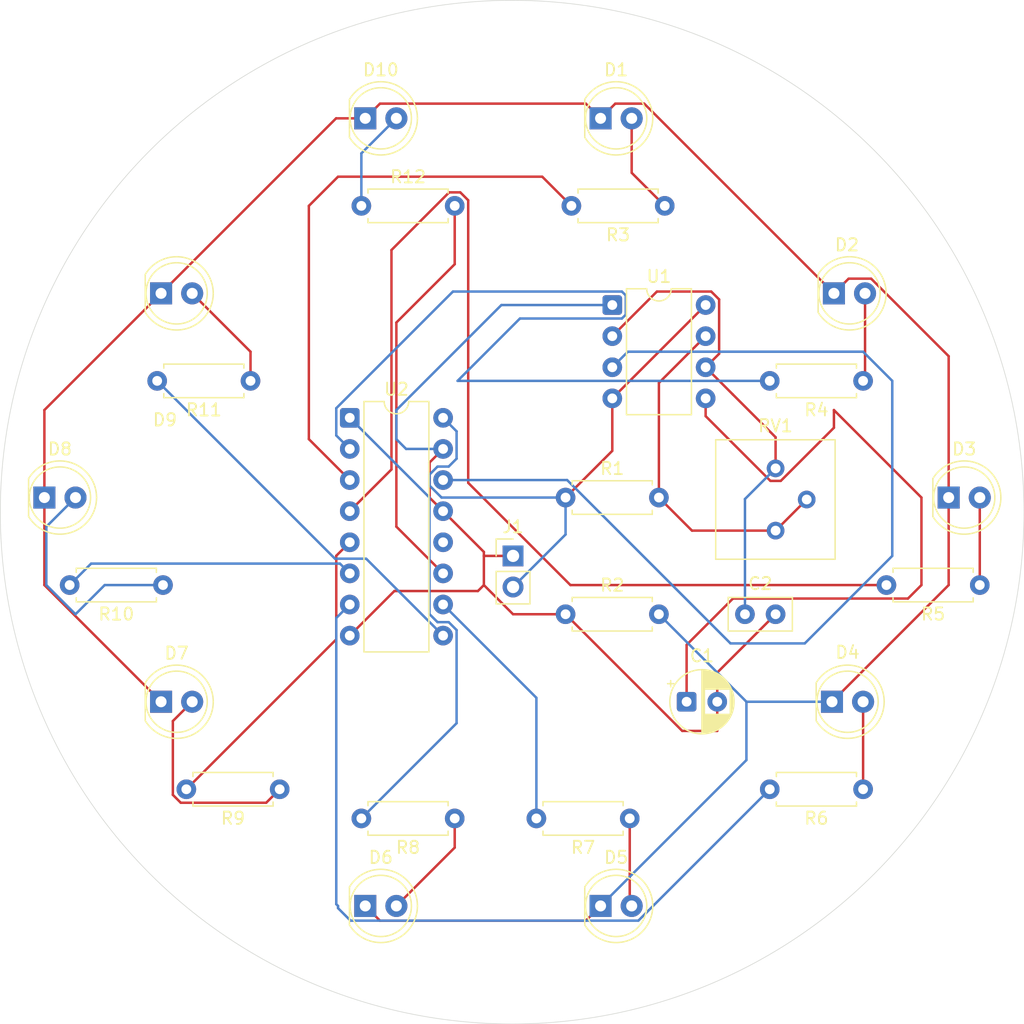
<source format=kicad_pcb>
(kicad_pcb (version 20241229) (generator "pcbnew") (generator_version "9.0")
  (layers (0 "F.Cu" signal) (2 "B.Cu" signal) (13 "F.Paste" user) (15 "B.Paste" user) (5 "F.SilkS" user "F.Silkscreen") (7 "B.SilkS" user "B.Silkscreen") (1 "F.Mask" user) (3 "B.Mask" user) (25 "Edge.Cuts" user))
  (net 0 "")
  (net 1 "Net-(U1-CV)")
  (net 2 "Net-(J1-Pin_1)")
  (net 3 "Net-(U1-THR)")
  (net 4 "Net-(D1-A)")
  (net 5 "Net-(D1-K)")
  (net 6 "Net-(D2-A)")
  (net 7 "Net-(D3-A)")
  (net 8 "Net-(D4-A)")
  (net 9 "Net-(D5-A)")
  (net 10 "Net-(D6-A)")
  (net 11 "Net-(D7-A)")
  (net 12 "Net-(D8-A)")
  (net 13 "Net-(D9-A)")
  (net 14 "Net-(D10-A)")
  (net 15 "Net-(J1-Pin_2)")
  (net 16 "Net-(U1-DIS)")
  (net 17 "Net-(U1-Q)")
  (net 19 "Net-(U2-Q0)")
  (net 20 "Net-(U2-Q1)")
  (net 21 "Net-(U2-Q2)")
  (net 22 "Net-(U2-Q3)")
  (net 23 "Net-(U2-Q4)")
  (net 24 "Net-(U2-Q5)")
  (net 25 "Net-(U2-Q6)")
  (net 26 "Net-(U2-Q7)")
  (net 27 "Net-(U2-Q8)")
  (net 28 "Net-(U2-Q9)")
  (footprint "Resistor_THT:R_Axial_DIN0207_L6.3mm_D2.5mm_P7.62mm_Horizontal" (layer "F.Cu") (at 195.2625 109.5375 180)
    (property "Reference" "R6" (at 3.81 -2.37 0) (layer "F.SilkS"))
    (property "Value" "R")
    (pad "1" thru_hole circle (at 0 0 180) (size 1.6 1.6) (drill 0.8) (layers "*.Cu" "*.Mask") (net 8 "Net-(D4-A)"))
    (pad "2" thru_hole circle (at 7.62 0 180) (size 1.6 1.6) (drill 0.8) (layers "*.Cu" "*.Mask") (net 22 "Net-(U2-Q3)"))
  )
  (footprint "LED_THT:LED_D5.0mm" (layer "F.Cu") (at 173.83125 119.0625)
    (property "Reference" "D5" (at 1.27 -3.96 0) (layer "F.SilkS"))
    (property "Value" "LED")
    (pad "1" thru_hole rect (at 0 0) (size 1.8 1.8) (drill 0.9) (layers "*.Cu" "*.Mask") (net 5 "Net-(D1-K)"))
    (pad "2" thru_hole circle (at 2.54 0) (size 1.8 1.8) (drill 0.9) (layers "*.Cu" "*.Mask") (net 9 "Net-(D5-A)"))
  )
  (footprint "Resistor_THT:R_Axial_DIN0207_L6.3mm_D2.5mm_P7.62mm_Horizontal" (layer "F.Cu") (at 204.7875 92.86875 180)
    (property "Reference" "R5" (at 3.81 -2.37 0) (layer "F.SilkS"))
    (property "Value" "R")
    (pad "1" thru_hole circle (at 0 0 180) (size 1.6 1.6) (drill 0.8) (layers "*.Cu" "*.Mask") (net 7 "Net-(D3-A)"))
    (pad "2" thru_hole circle (at 7.62 0 180) (size 1.6 1.6) (drill 0.8) (layers "*.Cu" "*.Mask") (net 21 "Net-(U2-Q2)"))
  )
  (footprint "LED_THT:LED_D5.0mm" (layer "F.Cu") (at 154.6225 119.0625)
    (property "Reference" "D6" (at 1.27 -3.96 0) (layer "F.SilkS"))
    (property "Value" "LED")
    (pad "1" thru_hole rect (at 0 0) (size 1.8 1.8) (drill 0.9) (layers "*.Cu" "*.Mask") (net 5 "Net-(D1-K)"))
    (pad "2" thru_hole circle (at 2.54 0) (size 1.8 1.8) (drill 0.9) (layers "*.Cu" "*.Mask") (net 10 "Net-(D6-A)"))
  )
  (footprint "LED_THT:LED_D5.0mm" (layer "F.Cu") (at 202.2475 85.725)
    (property "Reference" "D3" (at 1.27 -3.96 0) (layer "F.SilkS"))
    (property "Value" "LED")
    (pad "1" thru_hole rect (at 0 0) (size 1.8 1.8) (drill 0.9) (layers "*.Cu" "*.Mask") (net 5 "Net-(D1-K)"))
    (pad "2" thru_hole circle (at 2.54 0) (size 1.8 1.8) (drill 0.9) (layers "*.Cu" "*.Mask") (net 7 "Net-(D3-A)"))
  )
  (footprint "Resistor_THT:R_Axial_DIN0207_L6.3mm_D2.5mm_P7.62mm_Horizontal" (layer "F.Cu") (at 154.305 61.9125)
    (property "Reference" "R12" (at 3.81 -2.37 0) (layer "F.SilkS"))
    (property "Value" "R")
    (pad "1" thru_hole circle (at 0 0) (size 1.6 1.6) (drill 0.8) (layers "*.Cu" "*.Mask") (net 14 "Net-(D10-A)"))
    (pad "2" thru_hole circle (at 7.62 0) (size 1.6 1.6) (drill 0.8) (layers "*.Cu" "*.Mask") (net 28 "Net-(U2-Q9)"))
  )
  (footprint "Resistor_THT:R_Axial_DIN0207_L6.3mm_D2.5mm_P7.62mm_Horizontal" (layer "F.Cu") (at 147.6375 109.5375 180)
    (property "Reference" "R9" (at 3.81 -2.37 0) (layer "F.SilkS"))
    (property "Value" "R")
    (pad "1" thru_hole circle (at 0 0 180) (size 1.6 1.6) (drill 0.8) (layers "*.Cu" "*.Mask") (net 11 "Net-(D7-A)"))
    (pad "2" thru_hole circle (at 7.62 0 180) (size 1.6 1.6) (drill 0.8) (layers "*.Cu" "*.Mask") (net 25 "Net-(U2-Q6)"))
  )
  (footprint "Package_DIP:DIP-8_W7.62mm" (layer "F.Cu") (at 174.78875 70.00875)
    (property "Reference" "U1" (at 3.81 -2.33 0) (layer "F.SilkS"))
    (property "Value" "NE555P")
    (pad "1" thru_hole roundrect (at 0 0) (size 1.6 1.6) (drill 0.8) (layers "*.Cu" "*.Mask") (roundrect_rratio 0.15625) (net 2 "Net-(J1-Pin_1)"))
    (pad "2" thru_hole circle (at 0 2.54) (size 1.6 1.6) (drill 0.8) (layers "*.Cu" "*.Mask") (net 3 "Net-(U1-THR)"))
    (pad "3" thru_hole circle (at 0 5.08) (size 1.6 1.6) (drill 0.8) (layers "*.Cu" "*.Mask") (net 17 "Net-(U1-Q)"))
    (pad "4" thru_hole circle (at 0 7.62) (size 1.6 1.6) (drill 0.8) (layers "*.Cu" "*.Mask") (net 15 "Net-(J1-Pin_2)"))
    (pad "5" thru_hole circle (at 7.62 7.62) (size 1.6 1.6) (drill 0.8) (layers "*.Cu" "*.Mask") (net 1 "Net-(U1-CV)"))
    (pad "6" thru_hole circle (at 7.62 5.08) (size 1.6 1.6) (drill 0.8) (layers "*.Cu" "*.Mask") (net 3 "Net-(U1-THR)"))
    (pad "7" thru_hole circle (at 7.62 2.54) (size 1.6 1.6) (drill 0.8) (layers "*.Cu" "*.Mask") (net 16 "Net-(U1-DIS)"))
    (pad "8" thru_hole circle (at 7.62 0) (size 1.6 1.6) (drill 0.8) (layers "*.Cu" "*.Mask") (net 15 "Net-(J1-Pin_2)"))
  )
  (footprint "LED_THT:LED_D5.0mm" (layer "F.Cu") (at 137.95375 102.39375)
    (property "Reference" "D7" (at 1.27 -3.96 0) (layer "F.SilkS"))
    (property "Value" "LED")
    (pad "1" thru_hole rect (at 0 0) (size 1.8 1.8) (drill 0.9) (layers "*.Cu" "*.Mask") (net 5 "Net-(D1-K)"))
    (pad "2" thru_hole circle (at 2.54 0) (size 1.8 1.8) (drill 0.9) (layers "*.Cu" "*.Mask") (net 11 "Net-(D7-A)"))
  )
  (footprint "LED_THT:LED_D5.0mm" (layer "F.Cu") (at 137.95375 69.05625)
    (property "Reference" "D9" (at 0.3175 10.3275 0) (layer "F.SilkS"))
    (property "Value" "LED")
    (pad "1" thru_hole rect (at 0 0) (size 1.8 1.8) (drill 0.9) (layers "*.Cu" "*.Mask") (net 5 "Net-(D1-K)"))
    (pad "2" thru_hole circle (at 2.54 0) (size 1.8 1.8) (drill 0.9) (layers "*.Cu" "*.Mask") (net 13 "Net-(D9-A)"))
  )
  (footprint "LED_THT:LED_D5.0mm" (layer "F.Cu") (at 173.83125 54.76875)
    (property "Reference" "D1" (at 1.27 -3.96 0) (layer "F.SilkS"))
    (property "Value" "LED")
    (pad "1" thru_hole rect (at 0 0) (size 1.8 1.8) (drill 0.9) (layers "*.Cu" "*.Mask") (net 5 "Net-(D1-K)"))
    (pad "2" thru_hole circle (at 2.54 0) (size 1.8 1.8) (drill 0.9) (layers "*.Cu" "*.Mask") (net 4 "Net-(D1-A)"))
  )
  (footprint "Resistor_THT:R_Axial_DIN0207_L6.3mm_D2.5mm_P7.62mm_Horizontal" (layer "F.Cu") (at 170.97375 95.25)
    (property "Reference" "R2" (at 3.81 -2.37 0) (layer "F.SilkS"))
    (property "Value" "R")
    (pad "1" thru_hole circle (at 0 0) (size 1.6 1.6) (drill 0.8) (layers "*.Cu" "*.Mask") (net 2 "Net-(J1-Pin_1)"))
    (pad "2" thru_hole circle (at 7.62 0) (size 1.6 1.6) (drill 0.8) (layers "*.Cu" "*.Mask") (net 5 "Net-(D1-K)"))
  )
  (footprint "Capacitor_THT:C_Disc_D5.0mm_W2.5mm_P2.50mm" (layer "F.Cu") (at 185.61875 95.25)
    (property "Reference" "C2" (at 1.25 -2.5 0) (layer "F.SilkS"))
    (property "Value" "C_Polarized")
    (pad "1" thru_hole circle (at 0 0) (size 1.6 1.6) (drill 0.8) (layers "*.Cu" "*.Mask") (net 3 "Net-(U1-THR)"))
    (pad "2" thru_hole circle (at 2.5 0) (size 1.6 1.6) (drill 0.8) (layers "*.Cu" "*.Mask") (net 2 "Net-(J1-Pin_1)"))
  )
  (footprint "Potentiometer_THT:Potentiometer_Bourns_3386P_Vertical" (layer "F.Cu") (at 188.11875 88.42375)
    (property "Reference" "RV1" (at -0.015 -8.555 0) (layer "F.SilkS"))
    (property "Value" "R_Potentiometer")
    (pad "1" thru_hole circle (at 0 0) (size 1.44 1.44) (drill 0.8) (layers "*.Cu" "*.Mask") (net 16 "Net-(U1-DIS)"))
    (pad "2" thru_hole circle (at 2.54 -2.54) (size 1.44 1.44) (drill 0.8) (layers "*.Cu" "*.Mask") (net 16 "Net-(U1-DIS)"))
    (pad "3" thru_hole circle (at 0 -5.08) (size 1.44 1.44) (drill 0.8) (layers "*.Cu" "*.Mask") (net 3 "Net-(U1-THR)"))
  )
  (footprint "Resistor_THT:R_Axial_DIN0207_L6.3mm_D2.5mm_P7.62mm_Horizontal" (layer "F.Cu") (at 145.25625 76.2 180)
    (property "Reference" "R11" (at 3.81 -2.37 0) (layer "F.SilkS"))
    (property "Value" "R")
    (pad "1" thru_hole circle (at 0 0 180) (size 1.6 1.6) (drill 0.8) (layers "*.Cu" "*.Mask") (net 13 "Net-(D9-A)"))
    (pad "2" thru_hole circle (at 7.62 0 180) (size 1.6 1.6) (drill 0.8) (layers "*.Cu" "*.Mask") (net 27 "Net-(U2-Q8)"))
  )
  (footprint "Package_DIP:DIP-16_W7.62mm" (layer "F.Cu") (at 153.3575 79.21625)
    (property "Reference" "U2" (at 3.81 -2.33 0) (layer "F.SilkS"))
    (property "Value" "4017")
    (pad "1" thru_hole roundrect (at 0 0) (size 1.6 1.6) (drill 0.8) (layers "*.Cu" "*.Mask") (roundrect_rratio 0.15625) (net 24 "Net-(U2-Q5)"))
    (pad "2" thru_hole circle (at 0 2.54) (size 1.6 1.6) (drill 0.8) (layers "*.Cu" "*.Mask") (net 20 "Net-(U2-Q1)"))
    (pad "3" thru_hole circle (at 0 5.08) (size 1.6 1.6) (drill 0.8) (layers "*.Cu" "*.Mask") (net 19 "Net-(U2-Q0)"))
    (pad "4" thru_hole circle (at 0 7.62) (size 1.6 1.6) (drill 0.8) (layers "*.Cu" "*.Mask") (net 21 "Net-(U2-Q2)"))
    (pad "5" thru_hole circle (at 0 10.16) (size 1.6 1.6) (drill 0.8) (layers "*.Cu" "*.Mask") (net 25 "Net-(U2-Q6)"))
    (pad "6" thru_hole circle (at 0 12.7) (size 1.6 1.6) (drill 0.8) (layers "*.Cu" "*.Mask") (net 26 "Net-(U2-Q7)"))
    (pad "7" thru_hole circle (at 0 15.24) (size 1.6 1.6) (drill 0.8) (layers "*.Cu" "*.Mask") (net 22 "Net-(U2-Q3)"))
    (pad "8" thru_hole circle (at 0 17.78) (size 1.6 1.6) (drill 0.8) (layers "*.Cu" "*.Mask") (net 2 "Net-(J1-Pin_1)"))
    (pad "9" thru_hole circle (at 7.62 17.78) (size 1.6 1.6) (drill 0.8) (layers "*.Cu" "*.Mask") (net 27 "Net-(U2-Q8)"))
    (pad "10" thru_hole circle (at 7.62 15.24) (size 1.6 1.6) (drill 0.8) (layers "*.Cu" "*.Mask") (net 23 "Net-(U2-Q4)"))
    (pad "11" thru_hole circle (at 7.62 12.7) (size 1.6 1.6) (drill 0.8) (layers "*.Cu" "*.Mask") (net 28 "Net-(U2-Q9)"))
    (pad "12" thru_hole circle (at 7.62 10.16) (size 1.6 1.6) (drill 0.8) (layers "*.Cu" "*.Mask"))
    (pad "13" thru_hole circle (at 7.62 7.62) (size 1.6 1.6) (drill 0.8) (layers "*.Cu" "*.Mask") (net 2 "Net-(J1-Pin_1)"))
    (pad "14" thru_hole circle (at 7.62 5.08) (size 1.6 1.6) (drill 0.8) (layers "*.Cu" "*.Mask") (net 17 "Net-(U1-Q)"))
    (pad "15" thru_hole circle (at 7.62 2.54) (size 1.6 1.6) (drill 0.8) (layers "*.Cu" "*.Mask") (net 2 "Net-(J1-Pin_1)"))
    (pad "16" thru_hole circle (at 7.62 0) (size 1.6 1.6) (drill 0.8) (layers "*.Cu" "*.Mask") (net 15 "Net-(J1-Pin_2)"))
  )
  (footprint "LED_THT:LED_D5.0mm" (layer "F.Cu") (at 128.42875 85.725)
    (property "Reference" "D8" (at 1.27 -3.96 0) (layer "F.SilkS"))
    (property "Value" "LED")
    (pad "1" thru_hole rect (at 0 0) (size 1.8 1.8) (drill 0.9) (layers "*.Cu" "*.Mask") (net 5 "Net-(D1-K)"))
    (pad "2" thru_hole circle (at 2.54 0) (size 1.8 1.8) (drill 0.9) (layers "*.Cu" "*.Mask") (net 12 "Net-(D8-A)"))
  )
  (footprint "Resistor_THT:R_Axial_DIN0207_L6.3mm_D2.5mm_P7.62mm_Horizontal" (layer "F.Cu") (at 179.07 61.9125 180)
    (property "Reference" "R3" (at 3.81 -2.37 0) (layer "F.SilkS"))
    (property "Value" "R")
    (pad "1" thru_hole circle (at 0 0 180) (size 1.6 1.6) (drill 0.8) (layers "*.Cu" "*.Mask") (net 4 "Net-(D1-A)"))
    (pad "2" thru_hole circle (at 7.62 0 180) (size 1.6 1.6) (drill 0.8) (layers "*.Cu" "*.Mask") (net 19 "Net-(U2-Q0)"))
  )
  (footprint "Resistor_THT:R_Axial_DIN0207_L6.3mm_D2.5mm_P7.62mm_Horizontal" (layer "F.Cu") (at 161.925 111.91875 180)
    (property "Reference" "R8" (at 3.81 -2.37 0) (layer "F.SilkS"))
    (property "Value" "R")
    (pad "1" thru_hole circle (at 0 0 180) (size 1.6 1.6) (drill 0.8) (layers "*.Cu" "*.Mask") (net 10 "Net-(D6-A)"))
    (pad "2" thru_hole circle (at 7.62 0 180) (size 1.6 1.6) (drill 0.8) (layers "*.Cu" "*.Mask") (net 24 "Net-(U2-Q5)"))
  )
  (footprint "Resistor_THT:R_Axial_DIN0207_L6.3mm_D2.5mm_P7.62mm_Horizontal" (layer "F.Cu") (at 195.2625 76.2 180)
    (property "Reference" "R4" (at 3.81 -2.37 0) (layer "F.SilkS"))
    (property "Value" "R")
    (pad "1" thru_hole circle (at 0 0 180) (size 1.6 1.6) (drill 0.8) (layers "*.Cu" "*.Mask") (net 6 "Net-(D2-A)"))
    (pad "2" thru_hole circle (at 7.62 0 180) (size 1.6 1.6) (drill 0.8) (layers "*.Cu" "*.Mask") (net 20 "Net-(U2-Q1)"))
  )
  (footprint "Resistor_THT:R_Axial_DIN0207_L6.3mm_D2.5mm_P7.62mm_Horizontal" (layer "F.Cu") (at 170.97375 85.725)
    (property "Reference" "R1" (at 3.81 -2.37 0) (layer "F.SilkS"))
    (property "Value" "R")
    (pad "1" thru_hole circle (at 0 0) (size 1.6 1.6) (drill 0.8) (layers "*.Cu" "*.Mask") (net 15 "Net-(J1-Pin_2)"))
    (pad "2" thru_hole circle (at 7.62 0) (size 1.6 1.6) (drill 0.8) (layers "*.Cu" "*.Mask") (net 16 "Net-(U1-DIS)"))
  )
  (footprint "LED_THT:LED_D5.0mm" (layer "F.Cu") (at 192.88125 69.05625)
    (property "Reference" "D2" (at 1.06125 -3.96 0) (layer "F.SilkS"))
    (property "Value" "LED")
    (pad "1" thru_hole rect (at 0 0) (size 1.8 1.8) (drill 0.9) (layers "*.Cu" "*.Mask") (net 5 "Net-(D1-K)"))
    (pad "2" thru_hole circle (at 2.54 0) (size 1.8 1.8) (drill 0.9) (layers "*.Cu" "*.Mask") (net 6 "Net-(D2-A)"))
  )
  (footprint "Resistor_THT:R_Axial_DIN0207_L6.3mm_D2.5mm_P7.62mm_Horizontal" (layer "F.Cu") (at 176.2125 111.91875 180)
    (property "Reference" "R7" (at 3.81 -2.37 0) (layer "F.SilkS"))
    (property "Value" "R")
    (pad "1" thru_hole circle (at 0 0 180) (size 1.6 1.6) (drill 0.8) (layers "*.Cu" "*.Mask") (net 9 "Net-(D5-A)"))
    (pad "2" thru_hole circle (at 7.62 0 180) (size 1.6 1.6) (drill 0.8) (layers "*.Cu" "*.Mask") (net 23 "Net-(U2-Q4)"))
  )
  (footprint "LED_THT:LED_D5.0mm" (layer "F.Cu") (at 154.6225 54.76875)
    (property "Reference" "D10" (at 1.27 -3.96 0) (layer "F.SilkS"))
    (property "Value" "LED")
    (pad "1" thru_hole rect (at 0 0) (size 1.8 1.8) (drill 0.9) (layers "*.Cu" "*.Mask") (net 5 "Net-(D1-K)"))
    (pad "2" thru_hole circle (at 2.54 0) (size 1.8 1.8) (drill 0.9) (layers "*.Cu" "*.Mask") (net 14 "Net-(D10-A)"))
  )
  (footprint "Connector_PinHeader_2.54mm:PinHeader_1x02_P2.54mm_Vertical" (layer "F.Cu") (at 166.6875 90.4875)
    (property "Reference" "J1" (at 0 -2.38 0) (layer "F.SilkS"))
    (property "Value" "Conn_01x02")
    (pad "1" thru_hole rect (at 0 0) (size 1.7 1.7) (drill 1) (layers "*.Cu" "*.Mask") (net 2 "Net-(J1-Pin_1)"))
    (pad "2" thru_hole circle (at 0 2.54) (size 1.7 1.7) (drill 1) (layers "*.Cu" "*.Mask") (net 15 "Net-(J1-Pin_2)"))
  )
  (footprint "Capacitor_THT:CP_Radial_D5.0mm_P2.50mm" (layer "F.Cu") (at 180.85625 102.39375)
    (property "Reference" "C1" (at 1.25 -3.75 0) (layer "F.SilkS"))
    (property "Value" "C")
    (pad "1" thru_hole roundrect (at 0 0) (size 1.6 1.6) (drill 0.8) (layers "*.Cu" "*.Mask") (roundrect_rratio 0.15625) (net 1 "Net-(U1-CV)"))
    (pad "2" thru_hole circle (at 2.5 0) (size 1.6 1.6) (drill 0.8) (layers "*.Cu" "*.Mask") (net 2 "Net-(J1-Pin_1)"))
  )
  (footprint "Resistor_THT:R_Axial_DIN0207_L6.3mm_D2.5mm_P7.62mm_Horizontal" (layer "F.Cu") (at 138.1125 92.86875 180)
    (property "Reference" "R10" (at 3.81 -2.37 0) (layer "F.SilkS"))
    (property "Value" "R")
    (pad "1" thru_hole circle (at 0 0 180) (size 1.6 1.6) (drill 0.8) (layers "*.Cu" "*.Mask") (net 12 "Net-(D8-A)"))
    (pad "2" thru_hole circle (at 7.62 0 180) (size 1.6 1.6) (drill 0.8) (layers "*.Cu" "*.Mask") (net 26 "Net-(U2-Q7)"))
  )
  (footprint "LED_THT:LED_D5.0mm" (layer "F.Cu") (at 192.7225 102.39375)
    (property "Reference" "D4" (at 1.27 -4.0325 0) (layer "F.SilkS"))
    (property "Value" "LED")
    (pad "1" thru_hole rect (at 0 0) (size 1.8 1.8) (drill 0.9) (layers "*.Cu" "*.Mask") (net 5 "Net-(D1-K)"))
    (pad "2" thru_hole circle (at 2.54 0) (size 1.8 1.8) (drill 0.9) (layers "*.Cu" "*.Mask") (net 8 "Net-(D4-A)"))
  )
  (gr_circle (center 166.613125 86.915625) (end 152.4 47.625) (stroke (width 0.05)) (fill no) (layer "Edge.Cuts"))
  (segment (start 182.40875 79.077663) (end 182.40875 77.62875) (width 0.2) (layer "F.Cu") (net 1))
  (segment (start 184.6365 93.96975) (end 198.924 93.96975) (width 0.2) (layer "F.Cu") (net 1))
  (segment (start 192.88125 80.025163) (end 188.541663 84.36475) (width 0.2) (layer "F.Cu") (net 1))
  (segment (start 200.025 85.725) (end 192.88125 78.58125) (width 0.2) (layer "F.Cu") (net 1))
  (segment (start 180.85625 97.75) (end 184.6365 93.96975) (width 0.2) (layer "F.Cu") (net 1))
  (segment (start 200.025 92.86875) (end 200.025 85.725) (width 0.2) (layer "F.Cu") (net 1))
  (segment (start 180.85625 102.39375) (end 180.85625 97.75) (width 0.2) (layer "F.Cu") (net 1))
  (segment (start 187.695837 84.36475) (end 182.40875 79.077663) (width 0.2) (layer "F.Cu") (net 1))
  (segment (start 188.541663 84.36475) (end 187.695837 84.36475) (width 0.2) (layer "F.Cu") (net 1))
  (segment (start 192.88125 78.58125) (end 192.88125 80.025163) (width 0.2) (layer "F.Cu") (net 1))
  (segment (start 198.924 93.96975) (end 200.025 92.86875) (width 0.2) (layer "F.Cu") (net 1))
  (segment (start 170.97375 95.25) (end 180.49875 104.775) (width 0.2) (layer "F.Cu") (net 2))
  (segment (start 164.30625 90.4875) (end 166.6875 90.4875) (width 0.2) (layer "F.Cu") (net 2))
  (segment (start 156.9985 93.35525) (end 153.3575 96.99625) (width 0.2) (layer "F.Cu") (net 2))
  (segment (start 163.81975 93.35525) (end 156.9985 93.35525) (width 0.2) (layer "F.Cu") (net 2))
  (segment (start 160.9775 86.83625) (end 159.8765 85.73525) (width 0.2) (layer "F.Cu") (net 2))
  (segment (start 166.6875 95.25) (end 164.30625 92.86875) (width 0.2) (layer "F.Cu") (net 2))
  (segment (start 183.35625 104.775) (end 183.35625 102.39375) (width 0.2) (layer "F.Cu") (net 2))
  (segment (start 164.30625 90.165) (end 160.9775 86.83625) (width 0.2) (layer "F.Cu") (net 2))
  (segment (start 159.8765 82.85725) (end 160.9775 81.75625) (width 0.2) (layer "F.Cu") (net 2))
  (segment (start 164.30625 92.86875) (end 163.81975 93.35525) (width 0.2) (layer "F.Cu") (net 2))
  (segment (start 180.49875 104.775) (end 183.35625 104.775) (width 0.2) (layer "F.Cu") (net 2))
  (segment (start 164.30625 90.4875) (end 164.30625 90.165) (width 0.2) (layer "F.Cu") (net 2))
  (segment (start 170.97375 95.25) (end 166.6875 95.25) (width 0.2) (layer "F.Cu") (net 2))
  (segment (start 183.35625 100.0125) (end 188.11875 95.25) (width 0.2) (layer "F.Cu") (net 2))
  (segment (start 159.8765 85.73525) (end 159.8765 82.85725) (width 0.2) (layer "F.Cu") (net 2))
  (segment (start 164.30625 92.86875) (end 164.30625 90.4875) (width 0.2) (layer "F.Cu") (net 2))
  (segment (start 183.35625 102.39375) (end 183.35625 100.0125) (width 0.2) (layer "F.Cu") (net 2))
  (segment (start 157.1625 78.58125) (end 157.1625 80.9625) (width 0.2) (layer "B.Cu") (net 2))
  (segment (start 174.78875 70.00875) (end 165.735 70.00875) (width 0.2) (layer "B.Cu") (net 2))
  (segment (start 157.95625 81.75625) (end 160.9775 81.75625) (width 0.2) (layer "B.Cu") (net 2))
  (segment (start 165.735 70.00875) (end 157.1625 78.58125) (width 0.2) (layer "B.Cu") (net 2))
  (segment (start 157.1625 80.9625) (end 157.95625 81.75625) (width 0.2) (layer "B.Cu") (net 2))
  (segment (start 183.50975 69.5527) (end 182.8648 68.90775) (width 0.2) (layer "F.Cu") (net 3))
  (segment (start 182.40875 75.08875) (end 184.62875 77.30875) (width 0.2) (layer "F.Cu") (net 3))
  (segment (start 178.42975 68.90775) (end 174.78875 72.54875) (width 0.2) (layer "F.Cu") (net 3))
  (segment (start 184.62875 77.30875) (end 188.11875 80.79875) (width 0.2) (layer "F.Cu") (net 3))
  (segment (start 182.40875 75.08875) (end 183.50975 73.98775) (width 0.2) (layer "F.Cu") (net 3))
  (segment (start 188.11875 80.79875) (end 188.11875 83.34375) (width 0.2) (layer "F.Cu") (net 3))
  (segment (start 183.50975 73.98775) (end 183.50975 69.5527) (width 0.2) (layer "F.Cu") (net 3))
  (segment (start 182.8648 68.90775) (end 178.42975 68.90775) (width 0.2) (layer "F.Cu") (net 3))
  (segment (start 188.11875 83.34375) (end 185.61875 85.84375) (width 0.2) (layer "B.Cu") (net 3))
  (segment (start 185.61875 85.84375) (end 185.61875 95.25) (width 0.2) (layer "B.Cu") (net 3))
  (segment (start 176.37125 54.76875) (end 176.37125 59.21375) (width 0.2) (layer "F.Cu") (net 4))
  (segment (start 176.37125 59.21375) (end 179.07 61.9125) (width 0.2) (layer "F.Cu") (net 4))
  (segment (start 137.95375 69.05625) (end 152.24125 54.76875) (width 0.2) (layer "F.Cu") (net 5))
  (segment (start 173.83125 119.0625) (end 172.63025 120.2635) (width 0.2) (layer "F.Cu") (net 5))
  (segment (start 155.8235 120.2635) (end 154.6225 119.0625) (width 0.2) (layer "F.Cu") (net 5))
  (segment (start 128.42875 85.725) (end 128.42875 92.86875) (width 0.2) (layer "F.Cu") (net 5))
  (segment (start 202.2475 92.86875) (end 192.7225 102.39375) (width 0.2) (layer "F.Cu") (net 5))
  (segment (start 195.918721 67.85525) (end 202.2475 74.184029) (width 0.2) (layer "F.Cu") (net 5))
  (segment (start 155.8235 53.56775) (end 154.6225 54.76875) (width 0.2) (layer "F.Cu") (net 5))
  (segment (start 172.63025 120.2635) (end 155.8235 120.2635) (width 0.2) (layer "F.Cu") (net 5))
  (segment (start 173.83125 54.76875) (end 172.63025 53.56775) (width 0.2) (layer "F.Cu") (net 5))
  (segment (start 194.08225 67.85525) (end 195.918721 67.85525) (width 0.2) (layer "F.Cu") (net 5))
  (segment (start 172.63025 53.56775) (end 155.8235 53.56775) (width 0.2) (layer "F.Cu") (net 5))
  (segment (start 137.95375 69.05625) (end 128.42875 78.58125) (width 0.2) (layer "F.Cu") (net 5))
  (segment (start 202.2475 74.184029) (end 202.2475 85.725) (width 0.2) (layer "F.Cu") (net 5))
  (segment (start 152.24125 54.76875) (end 154.6225 54.76875) (width 0.2) (layer "F.Cu") (net 5))
  (segment (start 128.42875 92.86875) (end 137.95375 102.39375) (width 0.2) (layer "F.Cu") (net 5))
  (segment (start 173.83125 54.76875) (end 175.03225 53.56775) (width 0.2) (layer "F.Cu") (net 5))
  (segment (start 175.03225 53.56775) (end 177.39275 53.56775) (width 0.2) (layer "F.Cu") (net 5))
  (segment (start 128.42875 78.58125) (end 128.42875 85.725) (width 0.2) (layer "F.Cu") (net 5))
  (segment (start 202.2475 85.725) (end 202.2475 92.86875) (width 0.2) (layer "F.Cu") (net 5))
  (segment (start 177.39275 53.56775) (end 192.88125 69.05625) (width 0.2) (layer "F.Cu") (net 5))
  (segment (start 192.88125 69.05625) (end 194.08225 67.85525) (width 0.2) (layer "F.Cu") (net 5))
  (segment (start 185.7375 102.39375) (end 178.59375 95.25) (width 0.2) (layer "B.Cu") (net 5))
  (segment (start 185.7375 102.39375) (end 185.7375 107.15625) (width 0.2) (layer "B.Cu") (net 5))
  (segment (start 185.7375 107.15625) (end 173.83125 119.0625) (width 0.2) (layer "B.Cu") (net 5))
  (segment (start 192.7225 102.39375) (end 185.7375 102.39375) (width 0.2) (layer "B.Cu") (net 5))
  (segment (start 195.42125 69.05625) (end 195.42125 76.04125) (width 0.2) (layer "F.Cu") (net 6))
  (segment (start 195.42125 76.04125) (end 195.2625 76.2) (width 0.2) (layer "F.Cu") (net 6))
  (segment (start 204.7875 85.725) (end 204.7875 92.86875) (width 0.2) (layer "F.Cu") (net 7))
  (segment (start 195.2625 109.5375) (end 195.2625 102.39375) (width 0.2) (layer "F.Cu") (net 8))
  (segment (start 176.2125 118.90375) (end 176.37125 119.0625) (width 0.2) (layer "F.Cu") (net 9))
  (segment (start 176.2125 111.91875) (end 176.2125 118.90375) (width 0.2) (layer "F.Cu") (net 9))
  (segment (start 157.1625 119.0625) (end 161.925 114.3) (width 0.2) (layer "F.Cu") (net 10))
  (segment (start 161.925 114.3) (end 161.925 111.91875) (width 0.2) (layer "F.Cu") (net 10))
  (segment (start 138.9165 109.99355) (end 139.56145 110.6385) (width 0.2) (layer "F.Cu") (net 11))
  (segment (start 138.9165 103.971) (end 138.9165 109.99355) (width 0.2) (layer "F.Cu") (net 11))
  (segment (start 139.56145 110.6385) (end 146.5365 110.6385) (width 0.2) (layer "F.Cu") (net 11))
  (segment (start 146.5365 110.6385) (end 147.6375 109.5375) (width 0.2) (layer "F.Cu") (net 11))
  (segment (start 140.49375 102.39375) (end 138.9165 103.971) (width 0.2) (layer "F.Cu") (net 11))
  (segment (start 128.5875 88.10625) (end 128.5875 92.86875) (width 0.2) (layer "B.Cu") (net 12))
  (segment (start 133.35 92.86875) (end 138.1125 92.86875) (width 0.2) (layer "B.Cu") (net 12))
  (segment (start 130.96875 95.25) (end 133.35 92.86875) (width 0.2) (layer "B.Cu") (net 12))
  (segment (start 128.5875 92.86875) (end 130.96875 95.25) (width 0.2) (layer "B.Cu") (net 12))
  (segment (start 130.96875 85.725) (end 128.5875 88.10625) (width 0.2) (layer "B.Cu") (net 12))
  (segment (start 145.25625 73.81875) (end 140.49375 69.05625) (width 0.2) (layer "F.Cu") (net 13))
  (segment (start 145.25625 76.2) (end 145.25625 73.81875) (width 0.2) (layer "F.Cu") (net 13))
  (segment (start 154.305 61.9125) (end 154.305 57.62625) (width 0.2) (layer "B.Cu") (net 14))
  (segment (start 154.305 57.62625) (end 157.1625 54.76875) (width 0.2) (layer "B.Cu") (net 14))
  (segment (start 182.40875 70.00875) (end 174.78875 77.62875) (width 0.2) (layer "F.Cu") (net 15))
  (segment (start 174.78875 77.62875) (end 174.78875 81.91) (width 0.2) (layer "F.Cu") (net 15))
  (segment (start 174.78875 81.91) (end 170.97375 85.725) (width 0.2) (layer "F.Cu") (net 15))
  (segment (start 161.43355 83.19525) (end 160.52145 83.19525) (width 0.2) (layer "B.Cu") (net 15))
  (segment (start 160.52145 83.19525) (end 159.8765 83.8402) (width 0.2) (layer "B.Cu") (net 15))
  (segment (start 160.8492 85.725) (end 170.97375 85.725) (width 0.2) (layer "B.Cu") (net 15))
  (segment (start 159.8765 83.8402) (end 159.8765 84.7523) (width 0.2) (layer "B.Cu") (net 15))
  (segment (start 162.0785 82.5503) (end 161.43355 83.19525) (width 0.2) (layer "B.Cu") (net 15))
  (segment (start 159.8765 84.7523) (end 160.8492 85.725) (width 0.2) (layer "B.Cu") (net 15))
  (segment (start 160.9775 79.21625) (end 162.0785 80.31725) (width 0.2) (layer "B.Cu") (net 15))
  (segment (start 170.97375 88.74125) (end 166.6875 93.0275) (width 0.2) (layer "B.Cu") (net 15))
  (segment (start 162.0785 80.31725) (end 162.0785 82.5503) (width 0.2) (layer "B.Cu") (net 15))
  (segment (start 170.97375 85.725) (end 170.97375 88.74125) (width 0.2) (layer "B.Cu") (net 15))
  (segment (start 181.2925 88.42375) (end 178.59375 85.725) (width 0.2) (layer "F.Cu") (net 16))
  (segment (start 188.11875 88.42375) (end 181.2925 88.42375) (width 0.2) (layer "F.Cu") (net 16))
  (segment (start 190.65875 85.88375) (end 188.11875 88.42375) (width 0.2) (layer "F.Cu") (net 16))
  (segment (start 178.59375 76.36375) (end 178.59375 85.725) (width 0.2) (layer "F.Cu") (net 16))
  (segment (start 182.40875 72.54875) (end 178.59375 76.36375) (width 0.2) (layer "F.Cu") (net 16))
  (segment (start 197.64375 90.4875) (end 190.5 97.63125) (width 0.2) (layer "B.Cu") (net 17))
  (segment (start 190.5 97.63125) (end 184.43705 97.63125) (width 0.2) (layer "B.Cu") (net 17))
  (segment (start 184.43705 97.63125) (end 171.10205 84.29625) (width 0.2) (layer "B.Cu") (net 17))
  (segment (start 197.64375 76.2) (end 197.64375 90.4875) (width 0.2) (layer "B.Cu") (net 17))
  (segment (start 176.05875 73.81875) (end 195.2625 73.81875) (width 0.2) (layer "B.Cu") (net 17))
  (segment (start 171.10205 84.29625) (end 160.9775 84.29625) (width 0.2) (layer "B.Cu") (net 17))
  (segment (start 174.78875 75.08875) (end 176.05875 73.81875) (width 0.2) (layer "B.Cu") (net 17))
  (segment (start 195.2625 73.81875) (end 197.64375 76.2) (width 0.2) (layer "B.Cu") (net 17))
  (segment (start 169.06875 59.53125) (end 171.45 61.9125) (width 0.2) (layer "F.Cu") (net 19))
  (segment (start 153.3575 84.29625) (end 150.01875 80.9575) (width 0.2) (layer "F.Cu") (net 19))
  (segment (start 152.4 59.53125) (end 169.06875 59.53125) (width 0.2) (layer "F.Cu") (net 19))
  (segment (start 150.01875 80.9575) (end 150.01875 61.9125) (width 0.2) (layer "F.Cu") (net 19))
  (segment (start 150.01875 61.9125) (end 152.4 59.53125) (width 0.2) (layer "F.Cu") (net 19))
  (segment (start 162.1599 76.2) (end 167.25015 71.10975) (width 0.2) (layer "B.Cu") (net 20))
  (segment (start 152.2565 78.43109) (end 152.2565 80.65525) (width 0.2) (layer "B.Cu") (net 20))
  (segment (start 187.6425 76.2) (end 162.1599 76.2) (width 0.2) (layer "B.Cu") (net 20))
  (segment (start 175.88975 70.79391) (end 175.88975 69.22359) (width 0.2) (layer "B.Cu") (net 20))
  (segment (start 175.88975 69.22359) (end 175.57391 68.90775) (width 0.2) (layer "B.Cu") (net 20))
  (segment (start 167.25015 71.10975) (end 175.57391 71.10975) (width 0.2) (layer "B.Cu") (net 20))
  (segment (start 175.57391 68.90775) (end 161.77984 68.90775) (width 0.2) (layer "B.Cu") (net 20))
  (segment (start 152.2565 80.65525) (end 153.3575 81.75625) (width 0.2) (layer "B.Cu") (net 20))
  (segment (start 175.57391 71.10975) (end 175.88975 70.79391) (width 0.2) (layer "B.Cu") (net 20))
  (segment (start 161.77984 68.90775) (end 152.2565 78.43109) (width 0.2) (layer "B.Cu") (net 20))
  (segment (start 163.026 84.524) (end 163.026 61.45645) (width 0.2) (layer "F.Cu") (net 21))
  (segment (start 197.1675 92.86875) (end 171.37075 92.86875) (width 0.2) (layer "F.Cu") (net 21))
  (segment (start 162.38105 60.8115) (end 161.46895 60.8115) (width 0.2) (layer "F.Cu") (net 21))
  (segment (start 171.37075 92.86875) (end 163.026 84.524) (width 0.2) (layer "F.Cu") (net 21))
  (segment (start 156.7615 65.51895) (end 156.7615 83.43225) (width 0.2) (layer "F.Cu") (net 21))
  (segment (start 156.7615 83.43225) (end 153.3575 86.83625) (width 0.2) (layer "F.Cu") (net 21))
  (segment (start 163.026 61.45645) (end 162.38105 60.8115) (width 0.2) (layer "F.Cu") (net 21))
  (segment (start 161.46895 60.8115) (end 156.7615 65.51895) (width 0.2) (layer "F.Cu") (net 21))
  (segment (start 153.4215 120.2635) (end 152.4 119.242) (width 0.2) (layer "B.Cu") (net 22))
  (segment (start 152.2565 118.919) (end 152.2565 95.55725) (width 0.2) (layer "B.Cu") (net 22))
  (segment (start 152.4 119.242) (end 152.4 119.0625) (width 0.2) (layer "B.Cu") (net 22))
  (segment (start 187.6425 109.5375) (end 176.9165 120.2635) (width 0.2) (layer "B.Cu") (net 22))
  (segment (start 152.4 119.0625) (end 152.2565 118.919) (width 0.2) (layer "B.Cu") (net 22))
  (segment (start 176.9165 120.2635) (end 153.4215 120.2635) (width 0.2) (layer "B.Cu") (net 22))
  (segment (start 152.2565 95.55725) (end 153.3575 94.45625) (width 0.2) (layer "B.Cu") (net 22))
  (segment (start 168.5925 102.07125) (end 168.5925 111.91875) (width 0.2) (layer "B.Cu") (net 23))
  (segment (start 160.9775 94.45625) (end 168.5925 102.07125) (width 0.2) (layer "B.Cu") (net 23))
  (segment (start 159.86625 95.24005) (end 160.52145 95.89525) (width 0.2) (layer "B.Cu") (net 24))
  (segment (start 160.52145 95.89525) (end 161.43355 95.89525) (width 0.2) (layer "B.Cu") (net 24))
  (segment (start 162.0785 104.14525) (end 154.305 111.91875) (width 0.2) (layer "B.Cu") (net 24))
  (segment (start 161.43355 95.89525) (end 162.0785 96.5402) (width 0.2) (layer "B.Cu") (net 24))
  (segment (start 159.86625 85.725) (end 159.86625 95.24005) (width 0.2) (layer "B.Cu") (net 24))
  (segment (start 153.3575 79.21625) (end 159.86625 85.725) (width 0.2) (layer "B.Cu") (net 24))
  (segment (start 162.0785 96.5402) (end 162.0785 104.14525) (width 0.2) (layer "B.Cu") (net 24))
  (segment (start 152.2565 97.2985) (end 152.2565 90.47725) (width 0.2) (layer "F.Cu") (net 25))
  (segment (start 152.2565 90.47725) (end 153.3575 89.37625) (width 0.2) (layer "F.Cu") (net 25))
  (segment (start 140.0175 109.5375) (end 152.2565 97.2985) (width 0.2) (layer "F.Cu") (net 25))
  (segment (start 132.244999 91.116251) (end 130.4925 92.86875) (width 0.2) (layer "B.Cu") (net 26))
  (segment (start 152.557501 91.116251) (end 132.244999 91.116251) (width 0.2) (layer "B.Cu") (net 26))
  (segment (start 153.3575 91.91625) (end 152.557501 91.116251) (width 0.2) (layer "B.Cu") (net 26))
  (segment (start 137.63625 76.2) (end 152.151501 90.715251) (width 0.2) (layer "B.Cu") (net 27))
  (segment (start 152.151501 90.715251) (end 154.696501 90.715251) (width 0.2) (layer "B.Cu") (net 27))
  (segment (start 154.696501 90.715251) (end 160.9775 96.99625) (width 0.2) (layer "B.Cu") (net 27))
  (segment (start 161.925 66.675) (end 161.925 61.9125) (width 0.2) (layer "F.Cu") (net 28))
  (segment (start 157.1625 71.4375) (end 161.925 66.675) (width 0.2) (layer "F.Cu") (net 28))
  (segment (start 157.1625 88.10125) (end 157.1625 71.4375) (width 0.2) (layer "F.Cu") (net 28))
  (segment (start 160.9775 91.91625) (end 157.1625 88.10125) (width 0.2) (layer "F.Cu") (net 28))
)
</source>
